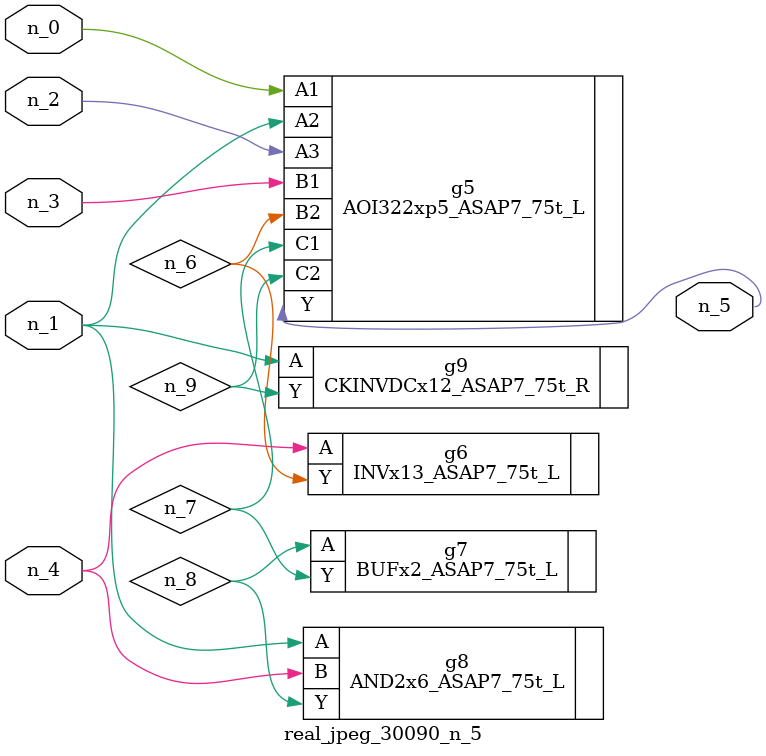
<source format=v>
module real_jpeg_30090_n_5 (n_4, n_0, n_1, n_2, n_3, n_5);

input n_4;
input n_0;
input n_1;
input n_2;
input n_3;

output n_5;

wire n_8;
wire n_6;
wire n_7;
wire n_9;

AOI322xp5_ASAP7_75t_L g5 ( 
.A1(n_0),
.A2(n_1),
.A3(n_2),
.B1(n_3),
.B2(n_6),
.C1(n_7),
.C2(n_9),
.Y(n_5)
);

AND2x6_ASAP7_75t_L g8 ( 
.A(n_1),
.B(n_4),
.Y(n_8)
);

CKINVDCx12_ASAP7_75t_R g9 ( 
.A(n_1),
.Y(n_9)
);

INVx13_ASAP7_75t_L g6 ( 
.A(n_4),
.Y(n_6)
);

BUFx2_ASAP7_75t_L g7 ( 
.A(n_8),
.Y(n_7)
);


endmodule
</source>
